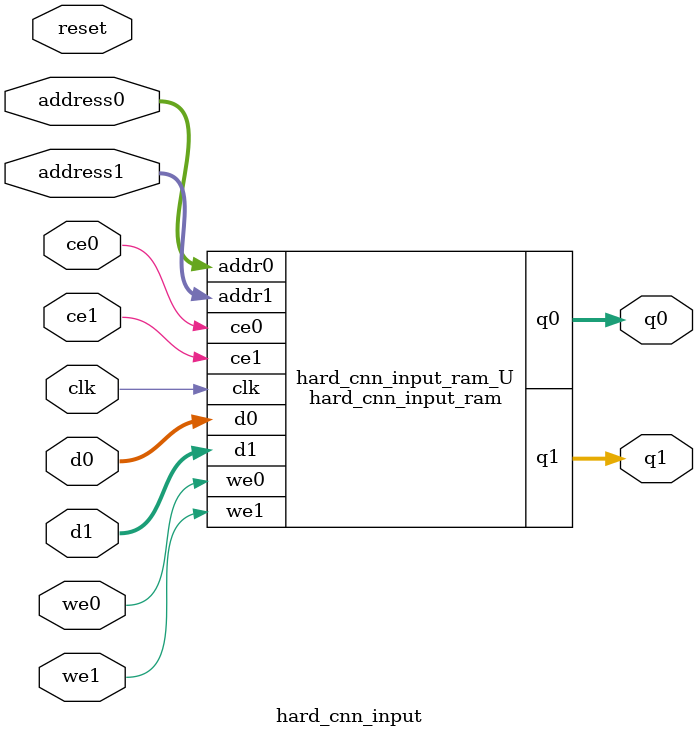
<source format=v>
`timescale 1 ns / 1 ps
module hard_cnn_input_ram (addr0, ce0, d0, we0, q0, addr1, ce1, d1, we1, q1,  clk);

parameter DWIDTH = 32;
parameter AWIDTH = 4;
parameter MEM_SIZE = 15;

input[AWIDTH-1:0] addr0;
input ce0;
input[DWIDTH-1:0] d0;
input we0;
output reg[DWIDTH-1:0] q0;
input[AWIDTH-1:0] addr1;
input ce1;
input[DWIDTH-1:0] d1;
input we1;
output reg[DWIDTH-1:0] q1;
input clk;

(* ram_style = "block" *)reg [DWIDTH-1:0] ram[0:MEM_SIZE-1];




always @(posedge clk)  
begin 
    if (ce0) begin
        if (we0) 
            ram[addr0] <= d0; 
        q0 <= ram[addr0];
    end
end


always @(posedge clk)  
begin 
    if (ce1) begin
        if (we1) 
            ram[addr1] <= d1; 
        q1 <= ram[addr1];
    end
end


endmodule

`timescale 1 ns / 1 ps
module hard_cnn_input(
    reset,
    clk,
    address0,
    ce0,
    we0,
    d0,
    q0,
    address1,
    ce1,
    we1,
    d1,
    q1);

parameter DataWidth = 32'd32;
parameter AddressRange = 32'd15;
parameter AddressWidth = 32'd4;
input reset;
input clk;
input[AddressWidth - 1:0] address0;
input ce0;
input we0;
input[DataWidth - 1:0] d0;
output[DataWidth - 1:0] q0;
input[AddressWidth - 1:0] address1;
input ce1;
input we1;
input[DataWidth - 1:0] d1;
output[DataWidth - 1:0] q1;



hard_cnn_input_ram hard_cnn_input_ram_U(
    .clk( clk ),
    .addr0( address0 ),
    .ce0( ce0 ),
    .we0( we0 ),
    .d0( d0 ),
    .q0( q0 ),
    .addr1( address1 ),
    .ce1( ce1 ),
    .we1( we1 ),
    .d1( d1 ),
    .q1( q1 ));

endmodule


</source>
